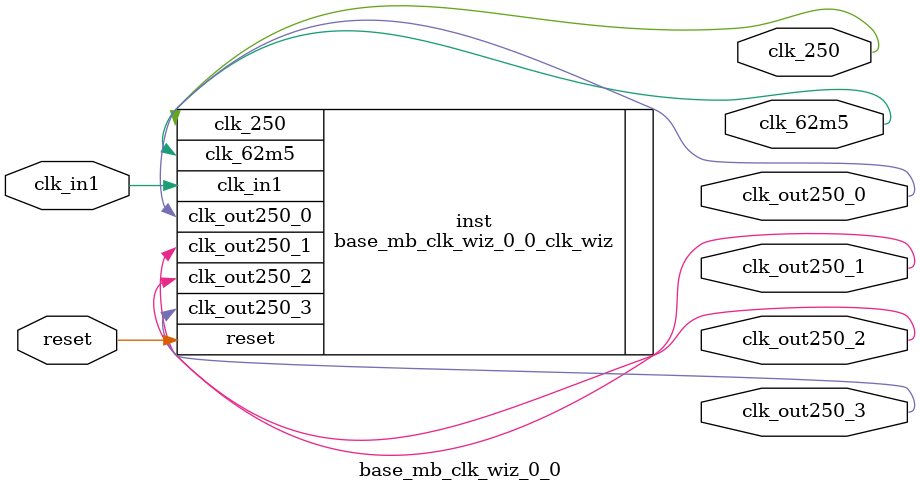
<source format=v>


`timescale 1ps/1ps

(* CORE_GENERATION_INFO = "base_mb_clk_wiz_0_0,clk_wiz_v6_0_2_0_0,{component_name=base_mb_clk_wiz_0_0,use_phase_alignment=true,use_min_o_jitter=false,use_max_i_jitter=false,use_dyn_phase_shift=false,use_inclk_switchover=false,use_dyn_reconfig=false,enable_axi=0,feedback_source=FDBK_AUTO,PRIMITIVE=MMCM,num_out_clk=6,clkin1_period=16.000,clkin2_period=10.0,use_power_down=false,use_reset=true,use_locked=false,use_inclk_stopped=false,feedback_type=SINGLE,CLOCK_MGR_TYPE=NA,manual_override=false}" *)

module base_mb_clk_wiz_0_0 
 (
  // Clock out ports
  output        clk_250,
  output        clk_62m5,
  output        clk_out250_1,
  output        clk_out250_2,
  output        clk_out250_3,
  output        clk_out250_0,
  // Status and control signals
  input         reset,
 // Clock in ports
  input         clk_in1
 );

  base_mb_clk_wiz_0_0_clk_wiz inst
  (
  // Clock out ports  
  .clk_250(clk_250),
  .clk_62m5(clk_62m5),
  .clk_out250_1(clk_out250_1),
  .clk_out250_2(clk_out250_2),
  .clk_out250_3(clk_out250_3),
  .clk_out250_0(clk_out250_0),
  // Status and control signals               
  .reset(reset), 
 // Clock in ports
  .clk_in1(clk_in1)
  );

endmodule

</source>
